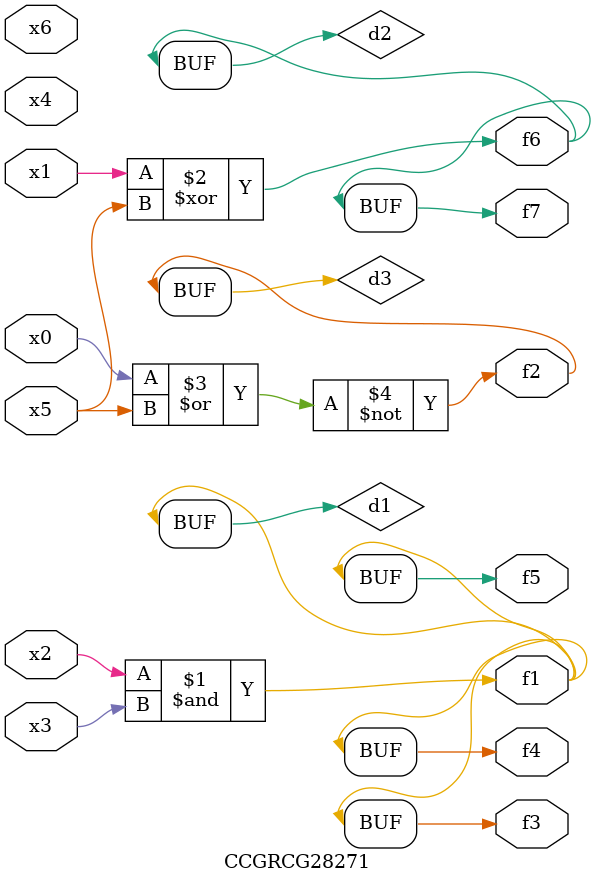
<source format=v>
module CCGRCG28271(
	input x0, x1, x2, x3, x4, x5, x6,
	output f1, f2, f3, f4, f5, f6, f7
);

	wire d1, d2, d3;

	and (d1, x2, x3);
	xor (d2, x1, x5);
	nor (d3, x0, x5);
	assign f1 = d1;
	assign f2 = d3;
	assign f3 = d1;
	assign f4 = d1;
	assign f5 = d1;
	assign f6 = d2;
	assign f7 = d2;
endmodule

</source>
